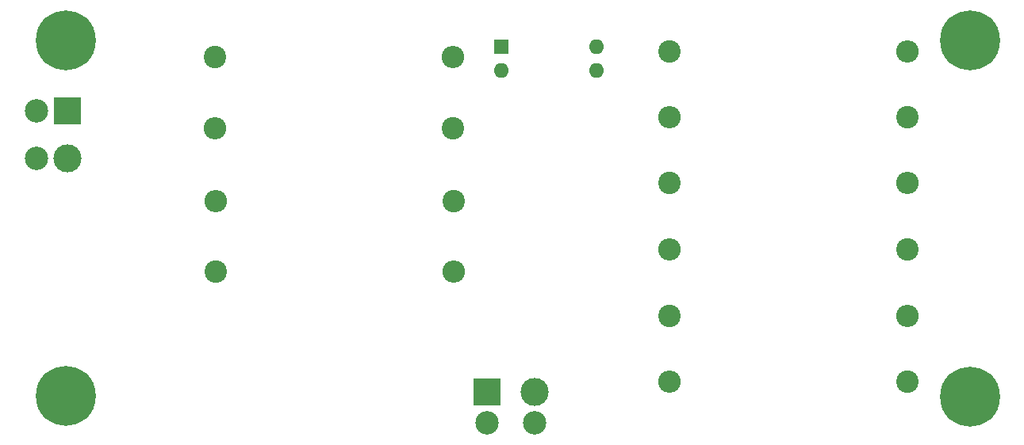
<source format=gbr>
G04 #@! TF.GenerationSoftware,KiCad,Pcbnew,(5.1.5)-3*
G04 #@! TF.CreationDate,2020-09-18T03:11:52-03:00*
G04 #@! TF.ProjectId,AIL,41494c2e-6b69-4636-9164-5f7063625858,rev?*
G04 #@! TF.SameCoordinates,Original*
G04 #@! TF.FileFunction,Soldermask,Bot*
G04 #@! TF.FilePolarity,Negative*
%FSLAX46Y46*%
G04 Gerber Fmt 4.6, Leading zero omitted, Abs format (unit mm)*
G04 Created by KiCad (PCBNEW (5.1.5)-3) date 2020-09-18 03:11:52*
%MOMM*%
%LPD*%
G04 APERTURE LIST*
%ADD10O,2.400000X2.400000*%
%ADD11C,2.400000*%
%ADD12R,1.600000X1.600000*%
%ADD13O,1.600000X1.600000*%
%ADD14C,0.800000*%
%ADD15C,6.400000*%
%ADD16R,3.000000X3.000000*%
%ADD17C,3.000000*%
%ADD18C,2.500000*%
G04 APERTURE END LIST*
D10*
X135597900Y-127894080D03*
D11*
X160997900Y-127894080D03*
D10*
X87127080Y-108549440D03*
D11*
X112527080Y-108549440D03*
X87078081Y-93180841D03*
D10*
X112478081Y-93180841D03*
D11*
X87116481Y-116104041D03*
D10*
X112516481Y-116104041D03*
X87076280Y-100777040D03*
D11*
X112476280Y-100777040D03*
X135597900Y-120832880D03*
D10*
X160997900Y-120832880D03*
X135597900Y-113771680D03*
D11*
X160997900Y-113771680D03*
X135597900Y-106608880D03*
D10*
X160997900Y-106608880D03*
D11*
X160997900Y-99598480D03*
D10*
X135597900Y-99598480D03*
X160997900Y-92588080D03*
D11*
X135597900Y-92588080D03*
D12*
X117589300Y-92054680D03*
D13*
X127749300Y-94594680D03*
X117589300Y-94594680D03*
X127749300Y-92054680D03*
D14*
X169337056Y-127842944D03*
X167640000Y-127140000D03*
X165942944Y-127842944D03*
X165240000Y-129540000D03*
X165942944Y-131237056D03*
X167640000Y-131940000D03*
X169337056Y-131237056D03*
X170040000Y-129540000D03*
D15*
X167640000Y-129540000D03*
X167640000Y-91440000D03*
D14*
X170040000Y-91440000D03*
X169337056Y-93137056D03*
X167640000Y-93840000D03*
X165942944Y-93137056D03*
X165240000Y-91440000D03*
X165942944Y-89742944D03*
X167640000Y-89040000D03*
X169337056Y-89742944D03*
X72834836Y-127736264D03*
X71137780Y-127033320D03*
X69440724Y-127736264D03*
X68737780Y-129433320D03*
X69440724Y-131130376D03*
X71137780Y-131833320D03*
X72834836Y-131130376D03*
X73537780Y-129433320D03*
D15*
X71137780Y-129433320D03*
X71120000Y-91440000D03*
D14*
X73520000Y-91440000D03*
X72817056Y-93137056D03*
X71120000Y-93840000D03*
X69422944Y-93137056D03*
X68720000Y-91440000D03*
X69422944Y-89742944D03*
X71120000Y-89040000D03*
X72817056Y-89742944D03*
D16*
X71272400Y-98907600D03*
D17*
X71272400Y-104034600D03*
D18*
X67970400Y-98907600D03*
X67970400Y-104038400D03*
X121208800Y-132283200D03*
X116078000Y-132283200D03*
D17*
X121205000Y-128981200D03*
D16*
X116078000Y-128981200D03*
M02*

</source>
